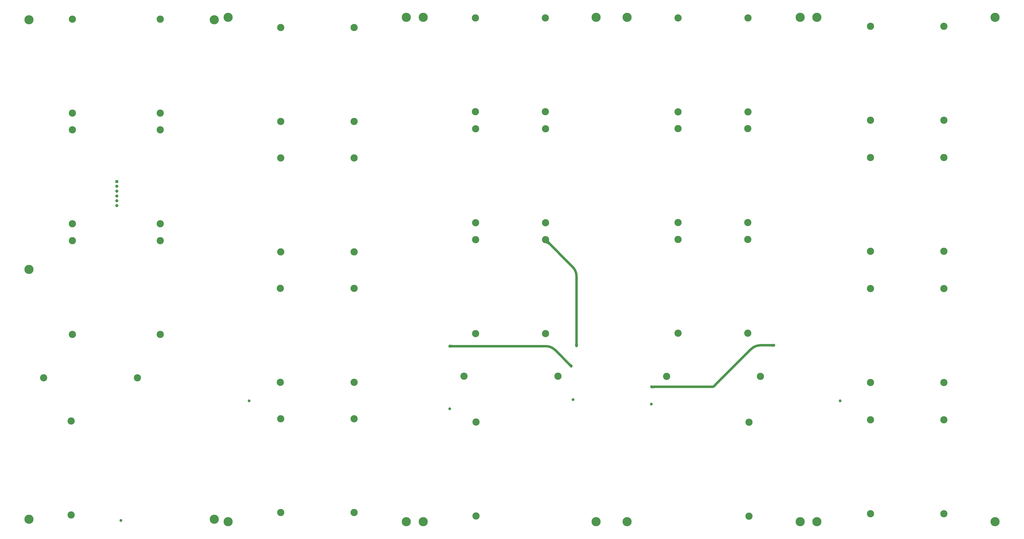
<source format=gbl>
G04 #@! TF.GenerationSoftware,KiCad,Pcbnew,7.0.8*
G04 #@! TF.CreationDate,2024-02-17T16:19:58-08:00*
G04 #@! TF.ProjectId,FlexDeploySidePanels,466c6578-4465-4706-9c6f-795369646550,rev?*
G04 #@! TF.SameCoordinates,Original*
G04 #@! TF.FileFunction,Copper,L4,Bot*
G04 #@! TF.FilePolarity,Positive*
%FSLAX46Y46*%
G04 Gerber Fmt 4.6, Leading zero omitted, Abs format (unit mm)*
G04 Created by KiCad (PCBNEW 7.0.8) date 2024-02-17 16:19:58*
%MOMM*%
%LPD*%
G01*
G04 APERTURE LIST*
G04 #@! TA.AperFunction,ComponentPad*
%ADD10C,3.000000*%
G04 #@! TD*
G04 #@! TA.AperFunction,ComponentPad*
%ADD11R,1.308000X1.308000*%
G04 #@! TD*
G04 #@! TA.AperFunction,ComponentPad*
%ADD12C,1.308000*%
G04 #@! TD*
G04 #@! TA.AperFunction,ComponentPad*
%ADD13C,2.600000*%
G04 #@! TD*
G04 #@! TA.AperFunction,ConnectorPad*
%ADD14C,3.800000*%
G04 #@! TD*
G04 #@! TA.AperFunction,ViaPad*
%ADD15C,1.200000*%
G04 #@! TD*
G04 #@! TA.AperFunction,Conductor*
%ADD16C,1.000000*%
G04 #@! TD*
G04 APERTURE END LIST*
D10*
X472450000Y-308454797D03*
X472450000Y-269454797D03*
X306900000Y-141450000D03*
X306900000Y-102450000D03*
X147000000Y-141999000D03*
X147000000Y-102999000D03*
D11*
X128950000Y-170450000D03*
D12*
X128950000Y-172450000D03*
X128950000Y-174450000D03*
X128950000Y-176450000D03*
X128950000Y-178450000D03*
X128950000Y-180450000D03*
D10*
X277950000Y-194650000D03*
X277950000Y-233650000D03*
X391100000Y-141500000D03*
X391100000Y-102500000D03*
D13*
X169450000Y-103250000D03*
D14*
X169450000Y-103250000D03*
D10*
X273150000Y-251300000D03*
X312150000Y-251300000D03*
X362000000Y-148500000D03*
X362000000Y-187500000D03*
X197000000Y-269000000D03*
X197000000Y-308000000D03*
D13*
X92450000Y-310750000D03*
D14*
X92450000Y-310750000D03*
D10*
X98500000Y-252000000D03*
X137500000Y-252000000D03*
D13*
X340900000Y-311750000D03*
D14*
X340900000Y-311750000D03*
D10*
X277900000Y-102450000D03*
X277900000Y-141450000D03*
X441950000Y-160454797D03*
X441950000Y-199454797D03*
X362000000Y-194500000D03*
X362000000Y-233500000D03*
D13*
X493700000Y-311750000D03*
D14*
X493700000Y-311750000D03*
D10*
X227500000Y-199666666D03*
X227500000Y-160666666D03*
D13*
X328000000Y-311750000D03*
D14*
X328000000Y-311750000D03*
D13*
X412700000Y-311750000D03*
D14*
X412700000Y-311750000D03*
D13*
X340900000Y-102250000D03*
D14*
X340900000Y-102250000D03*
D10*
X391500000Y-309510000D03*
X391500000Y-270510000D03*
D13*
X175200000Y-311750000D03*
D14*
X175200000Y-311750000D03*
D10*
X396250000Y-251460000D03*
X357250000Y-251460000D03*
D13*
X249200000Y-102250000D03*
D14*
X249200000Y-102250000D03*
D10*
X196850000Y-214833332D03*
X196850000Y-253833332D03*
D13*
X412700000Y-102250000D03*
D14*
X412700000Y-102250000D03*
D13*
X249200000Y-311750000D03*
D14*
X249200000Y-311750000D03*
D13*
X92456000Y-103251000D03*
D14*
X92456000Y-103251000D03*
D10*
X441950000Y-214954797D03*
X441950000Y-253954797D03*
X391000000Y-187500000D03*
X391000000Y-148500000D03*
D13*
X419720000Y-311750000D03*
D14*
X419720000Y-311750000D03*
D10*
X110500000Y-103000000D03*
X110500000Y-142000000D03*
X147000000Y-188000000D03*
X147000000Y-149000000D03*
X110500000Y-195000000D03*
X110500000Y-234000000D03*
X391000000Y-233500000D03*
X391000000Y-194500000D03*
X197000000Y-106500000D03*
X197000000Y-145500000D03*
X472450000Y-199454797D03*
X472450000Y-160454797D03*
X227500000Y-308000000D03*
X227500000Y-269000000D03*
D13*
X175200000Y-102250000D03*
D14*
X175200000Y-102250000D03*
D10*
X227500000Y-253833332D03*
X227500000Y-214833332D03*
X441950000Y-105954797D03*
X441950000Y-144954797D03*
D13*
X256200000Y-311750000D03*
D14*
X256200000Y-311750000D03*
D10*
X277950000Y-148550000D03*
X277950000Y-187550000D03*
X306950000Y-187550000D03*
X306950000Y-148550000D03*
D13*
X169450000Y-310769000D03*
D14*
X169450000Y-310769000D03*
D10*
X362000000Y-102500000D03*
X362000000Y-141500000D03*
D13*
X419700000Y-102250000D03*
D14*
X419700000Y-102250000D03*
D10*
X441950000Y-269454797D03*
X441950000Y-308454797D03*
D13*
X493700000Y-102250000D03*
D14*
X493700000Y-102250000D03*
D10*
X110000000Y-270000000D03*
X110000000Y-309000000D03*
X278100000Y-309400000D03*
X278100000Y-270400000D03*
X472450000Y-144954797D03*
X472450000Y-105954797D03*
X110500000Y-149000000D03*
X110500000Y-188000000D03*
D13*
X256200000Y-102250000D03*
D14*
X256200000Y-102250000D03*
D13*
X328000000Y-102250000D03*
D14*
X328000000Y-102250000D03*
D10*
X306950000Y-233650000D03*
X306950000Y-194650000D03*
X472450000Y-253954797D03*
X472450000Y-214954797D03*
X147000000Y-234000000D03*
X147000000Y-195000000D03*
X197000000Y-160666666D03*
X197000000Y-199666666D03*
D13*
X92450000Y-207000000D03*
D14*
X92450000Y-207000000D03*
D10*
X227500000Y-145500000D03*
X227500000Y-106500000D03*
D15*
X318400000Y-261050000D03*
X350950000Y-262900000D03*
X267200000Y-264885000D03*
X183896000Y-261620000D03*
X130600000Y-311250000D03*
X429314000Y-261574797D03*
X351028000Y-255778000D03*
X401828000Y-238506000D03*
X317650000Y-247150000D03*
X267200000Y-238850000D03*
X319850000Y-238750000D03*
D16*
X377951999Y-254507999D02*
X377443998Y-255015999D01*
X377316999Y-255142999D02*
X377063000Y-255397000D01*
X376936000Y-255524000D02*
X377063000Y-255397000D01*
X377443998Y-255015999D02*
X377316999Y-255142999D01*
X401828000Y-238506000D02*
X396207963Y-238506000D01*
X376322789Y-255778000D02*
X351028000Y-255778000D01*
X377951999Y-254507999D02*
X392360207Y-240099792D01*
X376322789Y-255777995D02*
G75*
G03*
X376935999Y-255523999I11J867195D01*
G01*
X396207963Y-238505960D02*
G75*
G03*
X392360208Y-240099793I37J-5441540D01*
G01*
X267200000Y-238850000D02*
X307096036Y-238850000D01*
X310943792Y-240443792D02*
X317650000Y-247150000D01*
X310943784Y-240443800D02*
G75*
G03*
X307096036Y-238850000I-3847784J-3847800D01*
G01*
X319850000Y-238750000D02*
X319850000Y-209803963D01*
X318256207Y-205956207D02*
X306950000Y-194650000D01*
X319850010Y-209803963D02*
G75*
G03*
X318256206Y-205956208I-5441610J-37D01*
G01*
G04 #@! TA.AperFunction,Conductor*
G36*
X320346883Y-237193427D02*
G01*
X320350306Y-237201386D01*
X320360400Y-237577335D01*
X320385200Y-237851670D01*
X320414800Y-238088329D01*
X320439582Y-238362461D01*
X320439604Y-238362831D01*
X320449677Y-238738005D01*
X320446473Y-238746367D01*
X320438295Y-238750015D01*
X320438001Y-238750019D01*
X319850000Y-238751000D01*
X319261998Y-238750019D01*
X319253731Y-238746578D01*
X319250318Y-238738299D01*
X319250322Y-238738005D01*
X319260395Y-238362831D01*
X319260415Y-238362487D01*
X319285200Y-238088329D01*
X319314800Y-237851670D01*
X319339600Y-237577340D01*
X319349694Y-237201385D01*
X319353342Y-237193208D01*
X319361390Y-237190000D01*
X320338610Y-237190000D01*
X320346883Y-237193427D01*
G37*
G04 #@! TD.AperFunction*
G04 #@! TA.AperFunction,Conductor*
G36*
X308427533Y-194723516D02*
G01*
X308435623Y-194727353D01*
X308438638Y-194734800D01*
X308446089Y-194951871D01*
X308446089Y-194951873D01*
X308446090Y-194951877D01*
X308499547Y-195199004D01*
X308499548Y-195199007D01*
X308499547Y-195199007D01*
X308611090Y-195464925D01*
X308793184Y-195749154D01*
X308931108Y-195906289D01*
X309051030Y-196042916D01*
X309053912Y-196051393D01*
X309050510Y-196058906D01*
X308358906Y-196750510D01*
X308350633Y-196753937D01*
X308342916Y-196751030D01*
X308206289Y-196631108D01*
X308049154Y-196493184D01*
X308049151Y-196493182D01*
X307764932Y-196311094D01*
X307764929Y-196311093D01*
X307764925Y-196311090D01*
X307499007Y-196199548D01*
X307499005Y-196199547D01*
X307499004Y-196199547D01*
X307251877Y-196146090D01*
X307251873Y-196146089D01*
X307251871Y-196146089D01*
X307034800Y-196138638D01*
X307026649Y-196134929D01*
X307023516Y-196127534D01*
X306949941Y-194662211D01*
X306952948Y-194653778D01*
X306961039Y-194649941D01*
X306962199Y-194649941D01*
X308427533Y-194723516D01*
G37*
G04 #@! TD.AperFunction*
G04 #@! TA.AperFunction,Conductor*
G36*
X351039991Y-255178321D02*
G01*
X351415176Y-255188395D01*
X351415512Y-255188415D01*
X351689670Y-255213200D01*
X351926329Y-255242800D01*
X352200658Y-255267600D01*
X352576614Y-255277694D01*
X352584792Y-255281342D01*
X352588000Y-255289390D01*
X352588000Y-256266609D01*
X352584573Y-256274882D01*
X352576614Y-256278305D01*
X352260430Y-256286795D01*
X352200658Y-256288400D01*
X351926329Y-256313200D01*
X351689670Y-256342800D01*
X351415536Y-256367582D01*
X351415166Y-256367604D01*
X351039994Y-256377677D01*
X351031632Y-256374473D01*
X351027984Y-256366295D01*
X351027980Y-256366001D01*
X351027000Y-255778000D01*
X351027980Y-255189998D01*
X351031421Y-255181731D01*
X351039700Y-255178318D01*
X351039991Y-255178321D01*
G37*
G04 #@! TD.AperFunction*
G04 #@! TA.AperFunction,Conductor*
G36*
X267211991Y-238250321D02*
G01*
X267587176Y-238260395D01*
X267587512Y-238260415D01*
X267861670Y-238285200D01*
X268098329Y-238314800D01*
X268372658Y-238339600D01*
X268748614Y-238349694D01*
X268756792Y-238353342D01*
X268760000Y-238361390D01*
X268760000Y-239338609D01*
X268756573Y-239346882D01*
X268748614Y-239350305D01*
X268432430Y-239358795D01*
X268372658Y-239360400D01*
X268098329Y-239385200D01*
X267861670Y-239414800D01*
X267587536Y-239439582D01*
X267587166Y-239439604D01*
X267211994Y-239449677D01*
X267203632Y-239446473D01*
X267199984Y-239438295D01*
X267199980Y-239438001D01*
X267199000Y-238850000D01*
X267199980Y-238261998D01*
X267203421Y-238253731D01*
X267211700Y-238250318D01*
X267211991Y-238250321D01*
G37*
G04 #@! TD.AperFunction*
G04 #@! TA.AperFunction,Conductor*
G36*
X316908732Y-245701194D02*
G01*
X317029468Y-245815616D01*
X317181709Y-245959896D01*
X317393228Y-246136342D01*
X317581502Y-246282754D01*
X317732523Y-246408734D01*
X317792877Y-246459080D01*
X317793139Y-246459312D01*
X318027808Y-246681709D01*
X318065555Y-246717482D01*
X318069203Y-246725660D01*
X318065999Y-246734022D01*
X318065794Y-246734233D01*
X317650707Y-247150707D01*
X317234233Y-247565794D01*
X317225954Y-247569207D01*
X317217687Y-247565766D01*
X317217482Y-247565555D01*
X316959312Y-247293139D01*
X316959080Y-247292877D01*
X316782754Y-247081502D01*
X316636342Y-246893228D01*
X316459896Y-246681709D01*
X316249142Y-246459326D01*
X316201194Y-246408732D01*
X316197991Y-246400372D01*
X316201413Y-246392414D01*
X316892414Y-245701413D01*
X316900686Y-245697987D01*
X316908732Y-245701194D01*
G37*
G04 #@! TD.AperFunction*
G04 #@! TA.AperFunction,Conductor*
G36*
X401824367Y-237909526D02*
G01*
X401828015Y-237917704D01*
X401828019Y-237917998D01*
X401829000Y-238506000D01*
X401828019Y-239094001D01*
X401824578Y-239102268D01*
X401816299Y-239105681D01*
X401816005Y-239105677D01*
X401440831Y-239095604D01*
X401440461Y-239095582D01*
X401166329Y-239070800D01*
X400929670Y-239041200D01*
X400655340Y-239016400D01*
X400595678Y-239014798D01*
X400279386Y-239006305D01*
X400271208Y-239002657D01*
X400268000Y-238994609D01*
X400268000Y-238017390D01*
X400271427Y-238009117D01*
X400279385Y-238005694D01*
X400655340Y-237995600D01*
X400929670Y-237970800D01*
X401166329Y-237941200D01*
X401440487Y-237916415D01*
X401440820Y-237916395D01*
X401816005Y-237906322D01*
X401824367Y-237909526D01*
G37*
G04 #@! TD.AperFunction*
M02*

</source>
